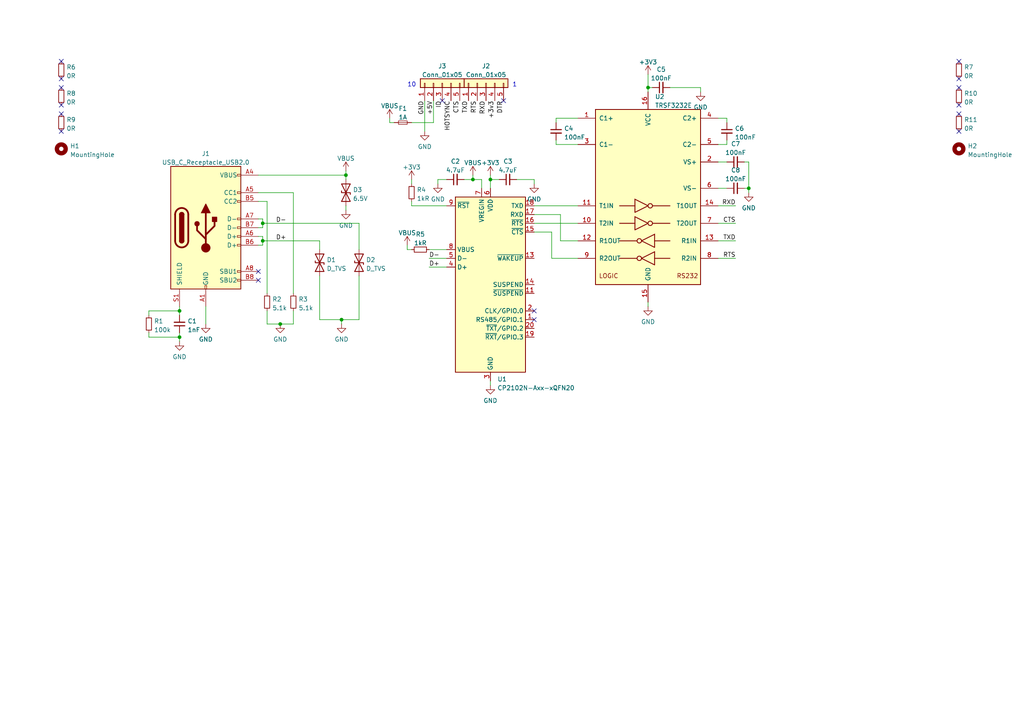
<source format=kicad_sch>
(kicad_sch (version 20211123) (generator eeschema)
  (paper "A4")
  (lib_symbols
    (symbol "Connector:USB_C_Receptacle_USB2.0" (pin_names (offset 1.016))
      (property "Reference" "J" (at -10.16 19.05 0))
      (property "Value" "USB_C_Receptacle_USB2.0" (at 19.05 19.05 0))
      (symbol "USB_C_Receptacle_USB2.0_0_0"
        (rectangle (start -0.254 -17.78) (end 0.254 -16.764))
        (rectangle (start 10.16 -14.986) (end 9.144 -15.494))
        (rectangle (start 10.16 -12.446) (end 9.144 -12.954))
        (rectangle (start 10.16 -4.826) (end 9.144 -5.334))
        (rectangle (start 10.16 -2.286) (end 9.144 -2.794))
        (rectangle (start 10.16 0.254) (end 9.144 -0.254))
        (rectangle (start 10.16 2.794) (end 9.144 2.286))
        (rectangle (start 10.16 7.874) (end 9.144 7.366))
        (rectangle (start 10.16 10.414) (end 9.144 9.906))
        (rectangle (start 10.16 15.494) (end 9.144 14.986))
      )
      (symbol "USB_C_Receptacle_USB2.0_0_1"
        (rectangle (start -10.16 17.78) (end 10.16 -17.78) (stroke (width 0.254)) (fill (type background)))
        (arc (start -8.89 -3.81) (mid -6.985 -5.715) (end -5.08 -3.81) (stroke (width 0.508)))
        (arc (start -7.62 -3.81) (mid -6.985 -4.445) (end -6.35 -3.81) (stroke (width 0.254)))
        (arc (start -7.62 -3.81) (mid -6.985 -4.445) (end -6.35 -3.81) (stroke (width 0.254)) (fill (type outline)))
        (rectangle (start -7.62 -3.81) (end -6.35 3.81) (stroke (width 0.254)) (fill (type outline)))
        (arc (start -6.35 3.81) (mid -6.985 4.445) (end -7.62 3.81) (stroke (width 0.254)))
        (arc (start -6.35 3.81) (mid -6.985 4.445) (end -7.62 3.81) (stroke (width 0.254)) (fill (type outline)))
        (arc (start -5.08 3.81) (mid -6.985 5.715) (end -8.89 3.81) (stroke (width 0.508)))
        (circle (center -2.54 1.143) (radius 0.635) (stroke (width 0.254)) (fill (type outline)))
        (circle (center 0 -5.842) (radius 1.27) (fill (type outline)))
        (polyline (pts (xy -8.89 -3.81) (xy -8.89 3.81)) (stroke (width 0.508)))
        (polyline (pts (xy -5.08 3.81) (xy -5.08 -3.81)) (stroke (width 0.508)))
        (polyline (pts (xy 0 -5.842) (xy 0 4.318)) (stroke (width 0.508)))
        (polyline (pts (xy 0 -3.302) (xy -2.54 -0.762) (xy -2.54 0.508)) (stroke (width 0.508)))
        (polyline (pts (xy 0 -2.032) (xy 2.54 0.508) (xy 2.54 1.778)) (stroke (width 0.508)))
        (polyline (pts (xy -1.27 4.318) (xy 0 6.858) (xy 1.27 4.318) (xy -1.27 4.318)) (stroke (width 0.254)) (fill (type outline)))
        (rectangle (start 1.905 1.778) (end 3.175 3.048) (stroke (width 0.254)) (fill (type outline)))
      )
      (symbol "USB_C_Receptacle_USB2.0_1_1"
        (pin passive line (at 0 -22.86 90) (length 5.08) (name "GND") (number "A1"))
        (pin passive line (at 0 -22.86 90) (length 5.08) hide (name "GND") (number "A12"))
        (pin passive line (at 15.24 15.24 180) (length 5.08) (name "VBUS") (number "A4"))
        (pin bidirectional line (at 15.24 10.16 180) (length 5.08) (name "CC1") (number "A5"))
        (pin bidirectional line (at 15.24 -2.54 180) (length 5.08) (name "D+") (number "A6"))
        (pin bidirectional line (at 15.24 2.54 180) (length 5.08) (name "D-") (number "A7"))
        (pin bidirectional line (at 15.24 -12.7 180) (length 5.08) (name "SBU1") (number "A8"))
        (pin passive line (at 15.24 15.24 180) (length 5.08) hide (name "VBUS") (number "A9"))
        (pin passive line (at 0 -22.86 90) (length 5.08) hide (name "GND") (number "B1"))
        (pin passive line (at 0 -22.86 90) (length 5.08) hide (name "GND") (number "B12"))
        (pin passive line (at 15.24 15.24 180) (length 5.08) hide (name "VBUS") (number "B4"))
        (pin bidirectional line (at 15.24 7.62 180) (length 5.08) (name "CC2") (number "B5"))
        (pin bidirectional line (at 15.24 -5.08 180) (length 5.08) (name "D+") (number "B6"))
        (pin bidirectional line (at 15.24 0 180) (length 5.08) (name "D-") (number "B7"))
        (pin bidirectional line (at 15.24 -15.24 180) (length 5.08) (name "SBU2") (number "B8"))
        (pin passive line (at 15.24 15.24 180) (length 5.08) hide (name "VBUS") (number "B9"))
        (pin passive line (at -7.62 -22.86 90) (length 5.08) (name "SHIELD") (number "S1"))
      )
    )
    (symbol "Connector_Generic:Conn_01x05" (pin_names (offset 1.016) hide)
      (property "Reference" "J" (at 0 7.62 0))
      (property "Value" "Conn_01x05" (at 0 -7.62 0))
      (symbol "Conn_01x05_1_1"
        (rectangle (start -1.27 -4.953) (end 0 -5.207) (stroke (width 0.1524)))
        (rectangle (start -1.27 -2.413) (end 0 -2.667) (stroke (width 0.1524)))
        (rectangle (start -1.27 0.127) (end 0 -0.127) (stroke (width 0.1524)))
        (rectangle (start -1.27 2.667) (end 0 2.413) (stroke (width 0.1524)))
        (rectangle (start -1.27 5.207) (end 0 4.953) (stroke (width 0.1524)))
        (rectangle (start -1.27 6.35) (end 1.27 -6.35) (stroke (width 0.254)) (fill (type background)))
        (pin passive line (at -5.08 5.08 0) (length 3.81) (name "Pin_1") (number "1"))
        (pin passive line (at -5.08 2.54 0) (length 3.81) (name "Pin_2") (number "2"))
        (pin passive line (at -5.08 0 0) (length 3.81) (name "Pin_3") (number "3"))
        (pin passive line (at -5.08 -2.54 0) (length 3.81) (name "Pin_4") (number "4"))
        (pin passive line (at -5.08 -5.08 0) (length 3.81) (name "Pin_5") (number "5"))
      )
    )
    (symbol "Device:C_Small" (pin_numbers hide) (pin_names (offset 0.254) hide)
      (property "Reference" "C" (at 0.254 1.778 0))
      (property "Value" "C_Small" (at 0.254 -2.032 0))
      (symbol "C_Small_0_1"
        (polyline (pts (xy -1.524 -0.508) (xy 1.524 -0.508)) (stroke (width 0.3302)))
        (polyline (pts (xy -1.524 0.508) (xy 1.524 0.508)) (stroke (width 0.3048)))
      )
      (symbol "C_Small_1_1"
        (pin passive line (at 0 2.54 270) (length 2.032) (name "~") (number "1"))
        (pin passive line (at 0 -2.54 90) (length 2.032) (name "~") (number "2"))
      )
    )
    (symbol "Device:D_TVS" (pin_numbers hide) (pin_names (offset 1.016) hide)
      (property "Reference" "D" (at 0 2.54 0))
      (property "Value" "D_TVS" (at 0 -2.54 0))
      (symbol "D_TVS_0_1"
        (polyline (pts (xy 1.27 0) (xy -1.27 0)))
        (polyline (pts (xy 0.508 1.27) (xy 0 1.27) (xy 0 -1.27) (xy -0.508 -1.27)) (stroke (width 0.254)))
        (polyline (pts (xy -2.54 1.27) (xy -2.54 -1.27) (xy 2.54 1.27) (xy 2.54 -1.27) (xy -2.54 1.27)) (stroke (width 0.254)))
      )
      (symbol "D_TVS_1_1"
        (pin passive line (at -3.81 0 0) (length 2.54) (name "A1") (number "1"))
        (pin passive line (at 3.81 0 180) (length 2.54) (name "A2") (number "2"))
      )
    )
    (symbol "Device:Fuse_Small" (pin_numbers hide) (pin_names (offset 0.254) hide)
      (property "Reference" "F" (at 0 -1.524 0))
      (property "Value" "Fuse_Small" (at 0 1.524 0))
      (symbol "Fuse_Small_0_1"
        (rectangle (start -1.27 0.508) (end 1.27 -0.508))
        (polyline (pts (xy -1.27 0) (xy 1.27 0)))
      )
      (symbol "Fuse_Small_1_1"
        (pin passive line (at -2.54 0 0) (length 1.27) (name "~") (number "1"))
        (pin passive line (at 2.54 0 180) (length 1.27) (name "~") (number "2"))
      )
    )
    (symbol "Device:R_Small" (pin_numbers hide) (pin_names (offset 0.254) hide)
      (property "Reference" "R" (at 0.762 0.508 0))
      (property "Value" "R_Small" (at 0.762 -1.016 0))
      (symbol "R_Small_0_1"
        (rectangle (start -0.762 1.778) (end 0.762 -1.778) (stroke (width 0.2032)))
      )
      (symbol "R_Small_1_1"
        (pin passive line (at 0 2.54 270) (length 0.762) (name "~") (number "1"))
        (pin passive line (at 0 -2.54 90) (length 0.762) (name "~") (number "2"))
      )
    )
    (symbol "Interface_UART:MAX3232" (pin_names (offset 1.016))
      (property "Reference" "U" (at -2.54 28.575 0))
      (property "Value" "MAX3232" (at -2.54 26.67 0))
      (symbol "MAX3232_0_0"
        (text "LOGIC" (at -11.43 -22.86 0) (effects (font (size 1.27 1.27))))
        (text "RS232" (at 11.43 -22.86 0) (effects (font (size 1.27 1.27))))
      )
      (symbol "MAX3232_0_1"
        (rectangle (start -15.24 -25.4) (end 15.24 25.4) (stroke (width 0.254)) (fill (type background)))
        (circle (center -2.54 -17.78) (radius 0.635) (stroke (width 0.254)))
        (circle (center -2.54 -12.7) (radius 0.635) (stroke (width 0.254)))
        (polyline (pts (xy -3.81 -7.62) (xy -8.255 -7.62)) (stroke (width 0.254)))
        (polyline (pts (xy -3.81 -2.54) (xy -8.255 -2.54)) (stroke (width 0.254)))
        (polyline (pts (xy -3.175 -17.78) (xy -8.255 -17.78)) (stroke (width 0.254)))
        (polyline (pts (xy -3.175 -12.7) (xy -8.255 -12.7)) (stroke (width 0.254)))
        (polyline (pts (xy 1.27 -7.62) (xy 6.35 -7.62)) (stroke (width 0.254)))
        (polyline (pts (xy 1.27 -2.54) (xy 6.35 -2.54)) (stroke (width 0.254)))
        (polyline (pts (xy 1.905 -17.78) (xy 6.35 -17.78)) (stroke (width 0.254)))
        (polyline (pts (xy 1.905 -12.7) (xy 6.35 -12.7)) (stroke (width 0.254)))
        (polyline (pts (xy -3.81 -5.715) (xy -3.81 -9.525) (xy 0 -7.62) (xy -3.81 -5.715)) (stroke (width 0.254)))
        (polyline (pts (xy -3.81 -0.635) (xy -3.81 -4.445) (xy 0 -2.54) (xy -3.81 -0.635)) (stroke (width 0.254)))
        (polyline (pts (xy 1.905 -15.875) (xy 1.905 -19.685) (xy -1.905 -17.78) (xy 1.905 -15.875)) (stroke (width 0.254)))
        (polyline (pts (xy 1.905 -10.795) (xy 1.905 -14.605) (xy -1.905 -12.7) (xy 1.905 -10.795)) (stroke (width 0.254)))
        (circle (center 0.635 -7.62) (radius 0.635) (stroke (width 0.254)))
        (circle (center 0.635 -2.54) (radius 0.635) (stroke (width 0.254)))
      )
      (symbol "MAX3232_1_1"
        (pin passive line (at -20.32 22.86 0) (length 5.08) (name "C1+") (number "1"))
        (pin input line (at -20.32 -7.62 0) (length 5.08) (name "T2IN") (number "10"))
        (pin input line (at -20.32 -2.54 0) (length 5.08) (name "T1IN") (number "11"))
        (pin output line (at -20.32 -12.7 0) (length 5.08) (name "R1OUT") (number "12"))
        (pin input line (at 20.32 -12.7 180) (length 5.08) (name "R1IN") (number "13"))
        (pin output line (at 20.32 -2.54 180) (length 5.08) (name "T1OUT") (number "14"))
        (pin power_in line (at 0 -30.48 90) (length 5.08) (name "GND") (number "15"))
        (pin power_in line (at 0 30.48 270) (length 5.08) (name "VCC") (number "16"))
        (pin power_out line (at 20.32 10.16 180) (length 5.08) (name "VS+") (number "2"))
        (pin passive line (at -20.32 15.24 0) (length 5.08) (name "C1-") (number "3"))
        (pin passive line (at 20.32 22.86 180) (length 5.08) (name "C2+") (number "4"))
        (pin passive line (at 20.32 15.24 180) (length 5.08) (name "C2-") (number "5"))
        (pin power_out line (at 20.32 2.54 180) (length 5.08) (name "VS-") (number "6"))
        (pin output line (at 20.32 -7.62 180) (length 5.08) (name "T2OUT") (number "7"))
        (pin input line (at 20.32 -17.78 180) (length 5.08) (name "R2IN") (number "8"))
        (pin output line (at -20.32 -17.78 0) (length 5.08) (name "R2OUT") (number "9"))
      )
    )
    (symbol "Interface_USB:CP2102N-Axx-xQFN20"
      (property "Reference" "U" (at -8.89 26.67 0))
      (property "Value" "CP2102N-Axx-xQFN20" (at 12.7 26.67 0))
      (symbol "CP2102N-Axx-xQFN20_0_1"
        (rectangle (start -10.16 25.4) (end 10.16 -25.4) (stroke (width 0.254)) (fill (type background)))
      )
      (symbol "CP2102N-Axx-xQFN20_1_1"
        (pin bidirectional line (at 12.7 -10.16 180) (length 2.54) (name "RS485/GPIO.1") (number "1"))
        (pin no_connect line (at -10.16 -22.86 0) (length 2.54) hide (name "NC") (number "10"))
        (pin output line (at 12.7 -2.54 180) (length 2.54) (name "~{SUSPEND}") (number "11"))
        (pin passive line (at 0 -27.94 90) (length 2.54) hide (name "GND") (number "12"))
        (pin input line (at 12.7 7.62 180) (length 2.54) (name "~{WAKEUP}") (number "13"))
        (pin output line (at 12.7 0 180) (length 2.54) (name "SUSPEND") (number "14"))
        (pin input line (at 12.7 15.24 180) (length 2.54) (name "~{CTS}") (number "15"))
        (pin output line (at 12.7 17.78 180) (length 2.54) (name "~{RTS}") (number "16"))
        (pin input line (at 12.7 20.32 180) (length 2.54) (name "RXD") (number "17"))
        (pin output line (at 12.7 22.86 180) (length 2.54) (name "TXD") (number "18"))
        (pin bidirectional line (at 12.7 -15.24 180) (length 2.54) (name "~{RXT}/GPIO.3") (number "19"))
        (pin bidirectional line (at 12.7 -7.62 180) (length 2.54) (name "CLK/GPIO.0") (number "2"))
        (pin bidirectional line (at 12.7 -12.7 180) (length 2.54) (name "~{TXT}/GPIO.2") (number "20"))
        (pin passive line (at 0 -27.94 90) (length 2.54) hide (name "GND") (number "21"))
        (pin power_in line (at 0 -27.94 90) (length 2.54) (name "GND") (number "3"))
        (pin bidirectional line (at -12.7 5.08 0) (length 2.54) (name "D+") (number "4"))
        (pin bidirectional line (at -12.7 7.62 0) (length 2.54) (name "D-") (number "5"))
        (pin power_in line (at 0 27.94 270) (length 2.54) (name "VDD") (number "6"))
        (pin power_in line (at -2.54 27.94 270) (length 2.54) (name "VREGIN") (number "7"))
        (pin input line (at -12.7 10.16 0) (length 2.54) (name "VBUS") (number "8"))
        (pin input line (at -12.7 22.86 0) (length 2.54) (name "~{RST}") (number "9"))
      )
    )
    (symbol "Mechanical:MountingHole" (pin_names (offset 1.016))
      (property "Reference" "H" (at 0 5.08 0))
      (property "Value" "MountingHole" (at 0 3.175 0))
      (symbol "MountingHole_0_1"
        (circle (center 0 0) (radius 1.27) (stroke (width 1.27)))
      )
    )
    (symbol "power:+3V3" (power) (pin_names (offset 0))
      (property "Value" "+3V3" (at 0 3.556 0))
      (symbol "+3V3_0_1"
        (polyline (pts (xy -0.762 1.27) (xy 0 2.54)))
        (polyline (pts (xy 0 0) (xy 0 2.54)))
        (polyline (pts (xy 0 2.54) (xy 0.762 1.27)))
      )
      (symbol "+3V3_1_1"
        (pin power_in line (at 0 0 90) (length 0) hide (name "+3V3") (number "1"))
      )
    )
    (symbol "power:GND" (power) (pin_names (offset 0))
      (property "Value" "GND" (at 0 -3.81 0))
      (symbol "GND_0_1"
        (polyline (pts (xy 0 0) (xy 0 -1.27) (xy 1.27 -1.27) (xy 0 -2.54) (xy -1.27 -1.27) (xy 0 -1.27)))
      )
      (symbol "GND_1_1"
        (pin power_in line (at 0 0 270) (length 0) hide (name "GND") (number "1"))
      )
    )
    (symbol "power:VBUS" (power) (pin_names (offset 0))
      (property "Value" "VBUS" (at 0 3.81 0))
      (symbol "VBUS_0_1"
        (polyline (pts (xy -0.762 1.27) (xy 0 2.54)))
        (polyline (pts (xy 0 0) (xy 0 2.54)))
        (polyline (pts (xy 0 2.54) (xy 0.762 1.27)))
      )
      (symbol "VBUS_1_1"
        (pin power_in line (at 0 0 90) (length 0) hide (name "VBUS") (number "1"))
      )
    )
  )
  (junction (at 99.06 92.71))
  (junction (at 76.2 69.85))
  (junction (at 76.2 64.77))
  (junction (at 217.17 54.61))
  (junction (at 81.28 93.98))
  (junction (at 100.33 50.8))
  (junction (at 52.07 97.79))
  (junction (at 187.96 25.4))
  (junction (at 52.07 90.17))
  (junction (at 142.24 52.07))
  (junction (at 137.16 52.07))
  (no_connect (at 17.78 30.48))
  (no_connect (at 278.13 33.02))
  (no_connect (at 17.78 38.1))
  (no_connect (at 278.13 22.86))
  (no_connect (at 17.78 17.78))
  (no_connect (at 154.94 92.71))
  (no_connect (at 278.13 30.48))
  (no_connect (at 278.13 25.4))
  (no_connect (at 278.13 38.1))
  (no_connect (at 154.94 90.17))
  (no_connect (at 278.13 17.78))
  (no_connect (at 17.78 22.86))
  (no_connect (at 17.78 33.02))
  (no_connect (at 17.78 25.4))
  (no_connect (at 74.93 81.28))
  (no_connect (at 146.05 29.21))
  (no_connect (at 74.93 78.74))
  (no_connect (at 128.27 29.21))
  (wire (pts (xy 119.38 52.07) (xy 119.38 53.34)))
  (wire (pts (xy 74.93 50.8) (xy 100.33 50.8)))
  (wire (pts (xy 187.96 25.4) (xy 189.23 25.4)))
  (wire (pts (xy 92.71 80.01) (xy 92.71 92.71)))
  (wire (pts (xy 208.28 41.91) (xy 210.82 41.91)))
  (wire (pts (xy 217.17 55.88) (xy 217.17 54.61)))
  (wire (pts (xy 59.69 88.9) (xy 59.69 93.98)))
  (wire (pts (xy 208.28 69.85) (xy 213.36 69.85)))
  (wire (pts (xy 154.94 62.23) (xy 162.56 62.23)))
  (wire (pts (xy 92.71 69.85) (xy 92.71 72.39)))
  (wire (pts (xy 142.24 110.49) (xy 142.24 111.76)))
  (wire (pts (xy 129.54 52.07) (xy 127 52.07)))
  (wire (pts (xy 85.09 55.88) (xy 85.09 85.09)))
  (wire (pts (xy 52.07 97.79) (xy 52.07 99.06)))
  (wire (pts (xy 100.33 50.8) (xy 100.33 52.07)))
  (wire (pts (xy 217.17 46.99) (xy 215.9 46.99)))
  (wire (pts (xy 76.2 69.85) (xy 92.71 69.85)))
  (wire (pts (xy 52.07 90.17) (xy 52.07 91.44)))
  (wire (pts (xy 76.2 63.5) (xy 76.2 64.77)))
  (wire (pts (xy 104.14 64.77) (xy 104.14 72.39)))
  (wire (pts (xy 52.07 88.9) (xy 52.07 90.17)))
  (wire (pts (xy 43.18 96.52) (xy 43.18 97.79)))
  (wire (pts (xy 203.2 25.4) (xy 194.31 25.4)))
  (wire (pts (xy 119.38 59.69) (xy 119.38 58.42)))
  (wire (pts (xy 208.28 54.61) (xy 210.82 54.61)))
  (wire (pts (xy 100.33 59.69) (xy 100.33 60.96)))
  (wire (pts (xy 124.46 72.39) (xy 129.54 72.39)))
  (wire (pts (xy 100.33 49.53) (xy 100.33 50.8)))
  (wire (pts (xy 187.96 87.63) (xy 187.96 88.9)))
  (wire (pts (xy 160.02 67.31) (xy 160.02 74.93)))
  (wire (pts (xy 161.29 34.29) (xy 161.29 35.56)))
  (wire (pts (xy 74.93 55.88) (xy 85.09 55.88)))
  (wire (pts (xy 154.94 52.07) (xy 149.86 52.07)))
  (wire (pts (xy 99.06 92.71) (xy 92.71 92.71)))
  (wire (pts (xy 123.19 29.21) (xy 123.19 38.1)))
  (wire (pts (xy 210.82 41.91) (xy 210.82 40.64)))
  (wire (pts (xy 142.24 50.8) (xy 142.24 52.07)))
  (wire (pts (xy 210.82 34.29) (xy 210.82 35.56)))
  (wire (pts (xy 137.16 50.8) (xy 137.16 52.07)))
  (wire (pts (xy 52.07 97.79) (xy 52.07 96.52)))
  (wire (pts (xy 124.46 77.47) (xy 129.54 77.47)))
  (wire (pts (xy 124.46 74.93) (xy 129.54 74.93)))
  (wire (pts (xy 187.96 21.59) (xy 187.96 25.4)))
  (wire (pts (xy 142.24 52.07) (xy 144.78 52.07)))
  (wire (pts (xy 99.06 93.98) (xy 99.06 92.71)))
  (wire (pts (xy 187.96 26.67) (xy 187.96 25.4)))
  (wire (pts (xy 81.28 93.98) (xy 85.09 93.98)))
  (wire (pts (xy 81.28 93.98) (xy 77.47 93.98)))
  (wire (pts (xy 167.64 34.29) (xy 161.29 34.29)))
  (wire (pts (xy 74.93 63.5) (xy 76.2 63.5)))
  (wire (pts (xy 154.94 59.69) (xy 167.64 59.69)))
  (wire (pts (xy 137.16 52.07) (xy 139.7 52.07)))
  (wire (pts (xy 85.09 93.98) (xy 85.09 90.17)))
  (wire (pts (xy 76.2 69.85) (xy 76.2 71.12)))
  (wire (pts (xy 125.73 35.56) (xy 125.73 29.21)))
  (wire (pts (xy 77.47 85.09) (xy 77.47 58.42)))
  (wire (pts (xy 76.2 66.04) (xy 74.93 66.04)))
  (wire (pts (xy 208.28 34.29) (xy 210.82 34.29)))
  (wire (pts (xy 118.11 71.12) (xy 118.11 72.39)))
  (wire (pts (xy 208.28 64.77) (xy 213.36 64.77)))
  (wire (pts (xy 160.02 74.93) (xy 167.64 74.93)))
  (wire (pts (xy 104.14 80.01) (xy 104.14 92.71)))
  (wire (pts (xy 139.7 52.07) (xy 139.7 54.61)))
  (wire (pts (xy 161.29 41.91) (xy 161.29 40.64)))
  (wire (pts (xy 142.24 52.07) (xy 142.24 54.61)))
  (wire (pts (xy 154.94 67.31) (xy 160.02 67.31)))
  (wire (pts (xy 162.56 62.23) (xy 162.56 69.85)))
  (wire (pts (xy 208.28 46.99) (xy 210.82 46.99)))
  (wire (pts (xy 203.2 26.67) (xy 203.2 25.4)))
  (wire (pts (xy 134.62 52.07) (xy 137.16 52.07)))
  (wire (pts (xy 77.47 58.42) (xy 74.93 58.42)))
  (wire (pts (xy 113.03 35.56) (xy 114.3 35.56)))
  (wire (pts (xy 43.18 91.44) (xy 43.18 90.17)))
  (wire (pts (xy 119.38 35.56) (xy 125.73 35.56)))
  (wire (pts (xy 208.28 74.93) (xy 213.36 74.93)))
  (wire (pts (xy 99.06 92.71) (xy 104.14 92.71)))
  (wire (pts (xy 43.18 90.17) (xy 52.07 90.17)))
  (wire (pts (xy 154.94 64.77) (xy 167.64 64.77)))
  (wire (pts (xy 208.28 59.69) (xy 213.36 59.69)))
  (wire (pts (xy 217.17 54.61) (xy 217.17 46.99)))
  (wire (pts (xy 76.2 64.77) (xy 76.2 66.04)))
  (wire (pts (xy 76.2 68.58) (xy 76.2 69.85)))
  (wire (pts (xy 77.47 93.98) (xy 77.47 90.17)))
  (wire (pts (xy 74.93 68.58) (xy 76.2 68.58)))
  (wire (pts (xy 215.9 54.61) (xy 217.17 54.61)))
  (wire (pts (xy 76.2 71.12) (xy 74.93 71.12)))
  (wire (pts (xy 113.03 34.29) (xy 113.03 35.56)))
  (wire (pts (xy 154.94 53.34) (xy 154.94 52.07)))
  (wire (pts (xy 43.18 97.79) (xy 52.07 97.79)))
  (wire (pts (xy 118.11 72.39) (xy 119.38 72.39)))
  (wire (pts (xy 76.2 64.77) (xy 104.14 64.77)))
  (wire (pts (xy 162.56 69.85) (xy 167.64 69.85)))
  (wire (pts (xy 127 52.07) (xy 127 53.34)))
  (wire (pts (xy 129.54 59.69) (xy 119.38 59.69)))
  (wire (pts (xy 167.64 41.91) (xy 161.29 41.91)))
  (text "1" (at 148.59 25.4 0) (effects (font (size 1.27 1.27)) (justify left bottom)))
  (text "10" (at 118.11 25.4 0) (effects (font (size 1.27 1.27)) (justify left bottom)))
  (label "HOTSYNC" (at 130.81 29.21 270))
  (label "+3v3" (at 143.51 29.21 270))
  (label "D-" (at 80.01 64.77 0))
  (label "RXD" (at 140.97 29.21 270))
  (label "TXD" (at 213.36 69.85 180))
  (label "RTS" (at 138.43 29.21 270))
  (label "RXD" (at 213.36 59.69 180))
  (label "CTS" (at 133.35 29.21 270))
  (label "RTS" (at 213.36 74.93 180))
  (label "CTS" (at 213.36 64.77 180))
  (label "+5V" (at 125.73 29.21 270))
  (label "GND" (at 123.19 29.21 270))
  (label "D-" (at 124.46 74.93 0))
  (label "D+" (at 80.01 69.85 0))
  (label "ID" (at 128.27 29.21 270))
  (label "D+" (at 124.46 77.47 0))
  (label "DTR" (at 146.05 29.21 270))
  (label "TXD" (at 135.89 29.21 270))
  (symbol (lib_id "power:+3V3") (at 187.96 21.59 0) (unit 1)
    (property "Reference" "#PWR0110" (effects hide))
    (property "Value" "+3V3" (at 187.96 18.0142 0))
  )
  (symbol (lib_id "power:GND") (at 142.24 111.76 0) (unit 1)
    (property "Reference" "#PWR0109" (effects hide))
    (property "Value" "GND" (at 142.24 116.2034 0))
  )
  (symbol (lib_id "Device:R_Small") (at 17.78 35.56 0) (unit 1)
    (property "Reference" "R9" (at 19.2786 34.7253 0) (effects (justify left)))
    (property "Value" "0R" (at 19.2786 37.2622 0) (effects (justify left)))
    (property "Footprint" "Resistor_SMD:R_0603_1608Metric" (effects hide))
    (property "LCSC" "C21189" (effects hide))
  )
  (symbol (lib_id "Device:C_Small") (at 191.77 25.4 90) (unit 1)
    (property "Reference" "C5" (at 191.7763 20.1381 90))
    (property "Value" "100nF" (at 191.7763 22.675 90))
    (property "Footprint" "Capacitor_SMD:C_0402_1005Metric" (effects hide))
    (property "LCSC" "C1525" (effects hide))
  )
  (symbol (lib_id "power:GND") (at 187.96 88.9 0) (unit 1)
    (property "Reference" "#PWR0107" (effects hide))
    (property "Value" "GND" (at 187.96 93.3434 0))
  )
  (symbol (lib_id "Device:C_Small") (at 52.07 93.98 180) (unit 1)
    (property "Reference" "C1" (at 54.3941 93.1389 0) (effects (justify right)))
    (property "Value" "1nF" (at 54.3941 95.6758 0) (effects (justify right)))
    (property "Footprint" "Capacitor_SMD:C_0603_1608Metric" (effects hide))
    (property "LCSC" "C1588" (effects hide))
  )
  (symbol (lib_id "Connector:USB_C_Receptacle_USB2.0") (at 59.69 66.04 0) (unit 1)
    (property "Reference" "J1" (at 59.69 44.5602 0))
    (property "Value" "USB_C_Receptacle_USB2.0" (at 59.69 47.0971 0))
    (property "Footprint" "Connector_SOFNG:MC-311S" (effects hide))
    (property "Datasheet" "https://www.usb.org/sites/default/files/documents/usb_type-c.zip" (effects hide))
    (property "LCSC" "C2977718" (effects hide))
  )
  (symbol (lib_id "Device:C_Small") (at 213.36 46.99 90) (unit 1)
    (property "Reference" "C7" (at 213.3663 41.7281 90))
    (property "Value" "100nF" (at 213.3663 44.265 90))
    (property "Footprint" "Capacitor_SMD:C_0402_1005Metric" (effects hide))
    (property "LCSC" "C1525" (effects hide))
  )
  (symbol (lib_id "Device:R_Small") (at 278.13 27.94 0) (unit 1)
    (property "Reference" "R10" (at 279.6286 27.1053 0) (effects (justify left)))
    (property "Value" "0R" (at 279.6286 29.6422 0) (effects (justify left)))
    (property "Footprint" "Resistor_SMD:R_0603_1608Metric" (effects hide))
    (property "LCSC" "C21189" (effects hide))
  )
  (symbol (lib_id "Interface_USB:CP2102N-Axx-xQFN20") (at 142.24 82.55 0) (unit 1)
    (property "Reference" "U1" (at 144.2594 109.9804 0) (effects (justify left)))
    (property "Value" "CP2102N-Axx-xQFN20" (at 144.2594 112.5173 0) (effects (justify left)))
    (property "Footprint" "Package_DFN_QFN_SiLabs:SilivonLabs_QFN-20-1EP_3x3mm_P0.5mm_missing_pads" (effects hide))
    (property "Datasheet" "https://www.silabs.com/documents/public/data-sheets/cp2102n-datasheet.pdf" (effects hide))
    (property "LCSC" "C969913" (effects hide))
  )
  (symbol (lib_id "Device:D_TVS") (at 104.14 76.2 90) (unit 1)
    (property "Reference" "D2" (at 106.172 75.3653 90) (effects (justify right)))
    (property "Value" "D_TVS" (at 106.172 77.9022 90) (effects (justify right)))
    (property "Footprint" "Capacitor_SMD:C_0402_1005Metric" (effects hide))
    (property "LCSC" "C125059" (effects hide))
  )
  (symbol (lib_id "Device:D_TVS") (at 100.33 55.88 90) (unit 1)
    (property "Reference" "D3" (at 102.362 55.0453 90) (effects (justify right)))
    (property "Value" "6.5V" (at 102.362 57.5822 90) (effects (justify right)))
    (property "Footprint" "Diode_SMD:D_SOD-523" (effects hide))
    (property "LCSC" "C506103" (effects hide))
  )
  (symbol (lib_id "Mechanical:MountingHole") (at 278.13 43.18 0) (unit 1) (in_bom no)
    (property "Reference" "H2" (at 280.67 42.3453 0) (effects (justify left)))
    (property "Value" "MountingHole" (at 280.67 44.8822 0) (effects (justify left)))
    (property "Footprint" "ToolingHole:ToolingHole_JLCSMT" (effects hide))
  )
  (symbol (lib_id "power:GND") (at 59.69 93.98 0) (unit 1)
    (property "Reference" "#PWR0105" (effects hide))
    (property "Value" "GND" (at 59.69 98.4234 0))
  )
  (symbol (lib_id "Device:R_Small") (at 278.13 20.32 0) (unit 1)
    (property "Reference" "R7" (at 279.6286 19.4853 0) (effects (justify left)))
    (property "Value" "0R" (at 279.6286 22.0222 0) (effects (justify left)))
    (property "Footprint" "Resistor_SMD:R_0603_1608Metric" (effects hide))
    (property "LCSC" "C21189" (effects hide))
  )
  (symbol (lib_id "Device:R_Small") (at 119.38 55.88 180) (unit 1)
    (property "Reference" "R4" (at 120.8786 55.0453 0) (effects (justify right)))
    (property "Value" "1kR" (at 120.8786 57.5822 0) (effects (justify right)))
    (property "Footprint" "Resistor_SMD:R_0402_1005Metric" (effects hide))
    (property "LCSC" "C11702" (effects hide))
  )
  (symbol (lib_id "Device:D_TVS") (at 92.71 76.2 90) (unit 1)
    (property "Reference" "D1" (at 94.742 75.3653 90) (effects (justify right)))
    (property "Value" "D_TVS" (at 94.742 77.9022 90) (effects (justify right)))
    (property "Footprint" "Capacitor_SMD:C_0402_1005Metric" (effects hide))
    (property "LCSC" "C125059" (effects hide))
  )
  (symbol (lib_id "power:GND") (at 99.06 93.98 0) (unit 1)
    (property "Reference" "#PWR0102" (effects hide))
    (property "Value" "GND" (at 99.06 98.4234 0))
  )
  (symbol (lib_id "Device:R_Small") (at 278.13 35.56 0) (unit 1)
    (property "Reference" "R11" (at 279.6286 34.7253 0) (effects (justify left)))
    (property "Value" "0R" (at 279.6286 37.2622 0) (effects (justify left)))
    (property "Footprint" "Resistor_SMD:R_0603_1608Metric" (effects hide))
    (property "LCSC" "C21189" (effects hide))
  )
  (symbol (lib_id "Device:C_Small") (at 161.29 38.1 0) (unit 1)
    (property "Reference" "C4" (at 163.6141 37.2716 0) (effects (justify left)))
    (property "Value" "100nF" (at 163.6141 39.8085 0) (effects (justify left)))
    (property "Footprint" "Capacitor_SMD:C_0402_1005Metric" (effects hide))
    (property "LCSC" "C1525" (effects hide))
  )
  (symbol (lib_id "power:GND") (at 123.19 38.1 0) (unit 1)
    (property "Reference" "#PWR0104" (effects hide))
    (property "Value" "GND" (at 123.19 42.5434 0))
  )
  (symbol (lib_id "power:+3V3") (at 142.24 50.8 0) (unit 1)
    (property "Reference" "#PWR0112" (effects hide))
    (property "Value" "+3V3" (at 142.24 47.2242 0))
  )
  (symbol (lib_id "power:GND") (at 81.28 93.98 0) (unit 1)
    (property "Reference" "#PWR0101" (effects hide))
    (property "Value" "GND" (at 81.28 98.4234 0))
  )
  (symbol (lib_id "power:VBUS") (at 113.03 34.29 0) (unit 1)
    (property "Reference" "#PWR0118" (effects hide))
    (property "Value" "VBUS" (at 113.03 30.7142 0))
  )
  (symbol (lib_id "power:GND") (at 154.94 53.34 0) (unit 1)
    (property "Reference" "#PWR0113" (effects hide))
    (property "Value" "GND" (at 154.94 57.7834 0))
  )
  (symbol (lib_id "Device:C_Small") (at 132.08 52.07 90) (unit 1)
    (property "Reference" "C2" (at 132.0863 46.8081 90))
    (property "Value" "4.7uF" (at 132.0863 49.345 90))
    (property "Footprint" "Capacitor_SMD:C_0402_1005Metric" (effects hide))
    (property "LCSC" "C23733" (effects hide))
  )
  (symbol (lib_id "power:GND") (at 52.07 99.06 0) (unit 1)
    (property "Reference" "#PWR0106" (effects hide))
    (property "Value" "GND" (at 52.07 103.5034 0))
  )
  (symbol (lib_id "Device:C_Small") (at 210.82 38.1 0) (unit 1)
    (property "Reference" "C6" (at 213.1441 37.2716 0) (effects (justify left)))
    (property "Value" "100nF" (at 213.1441 39.8085 0) (effects (justify left)))
    (property "Footprint" "Capacitor_SMD:C_0402_1005Metric" (effects hide))
    (property "LCSC" "C1525" (effects hide))
  )
  (symbol (lib_id "Device:R_Small") (at 121.92 72.39 270) (unit 1)
    (property "Reference" "R5" (at 121.92 67.9536 90))
    (property "Value" "1kR" (at 121.92 70.4905 90))
    (property "Footprint" "Resistor_SMD:R_0402_1005Metric" (effects hide))
    (property "LCSC" "C11702" (effects hide))
  )
  (symbol (lib_id "Device:R_Small") (at 17.78 27.94 0) (unit 1)
    (property "Reference" "R8" (at 19.2786 27.1053 0) (effects (justify left)))
    (property "Value" "0R" (at 19.2786 29.6422 0) (effects (justify left)))
    (property "Footprint" "Resistor_SMD:R_0603_1608Metric" (effects hide))
    (property "LCSC" "C21189" (effects hide))
  )
  (symbol (lib_id "Device:C_Small") (at 147.32 52.07 90) (unit 1)
    (property "Reference" "C3" (at 147.3263 46.8081 90))
    (property "Value" "4.7uF" (at 147.3263 49.345 90))
    (property "Footprint" "Capacitor_SMD:C_0402_1005Metric" (effects hide))
    (property "LCSC" "C23733" (effects hide))
  )
  (symbol (lib_id "Connector_Generic:Conn_01x05") (at 128.27 24.13 90) (unit 1)
    (property "Reference" "J3" (at 128.27 19.1602 90))
    (property "Value" "Conn_01x05" (at 128.27 21.6971 90))
    (property "Footprint" "Spring_Contacts_AliExpress:05x01_2mm" (effects hide))
  )
  (symbol (lib_id "power:+3V3") (at 119.38 52.07 0) (unit 1)
    (property "Reference" "#PWR0116" (effects hide))
    (property "Value" "+3V3" (at 119.38 48.4942 0))
  )
  (symbol (lib_id "Device:R_Small") (at 43.18 93.98 0) (mirror y) (unit 1)
    (property "Reference" "R1" (at 44.6786 93.1453 0) (effects (justify right)))
    (property "Value" "100k" (at 44.6786 95.6822 0) (effects (justify right)))
    (property "Footprint" "Resistor_SMD:R_0603_1608Metric" (effects hide))
    (property "LCSC" "C25803" (effects hide))
  )
  (symbol (lib_id "power:GND") (at 127 53.34 0) (unit 1)
    (property "Reference" "#PWR0115" (effects hide))
    (property "Value" "GND" (at 127 57.7834 0))
  )
  (symbol (lib_id "Device:C_Small") (at 213.36 54.61 90) (unit 1)
    (property "Reference" "C8" (at 213.3663 49.3481 90))
    (property "Value" "100nF" (at 213.3663 51.885 90))
    (property "Footprint" "Capacitor_SMD:C_0402_1005Metric" (effects hide))
    (property "LCSC" "C1525" (effects hide))
  )
  (symbol (lib_id "Mechanical:MountingHole") (at 17.78 43.18 0) (unit 1) (in_bom no)
    (property "Reference" "H1" (at 20.32 42.3453 0) (effects (justify left)))
    (property "Value" "MountingHole" (at 20.32 44.8822 0) (effects (justify left)))
    (property "Footprint" "ToolingHole:ToolingHole_JLCSMT" (effects hide))
  )
  (symbol (lib_id "power:VBUS") (at 118.11 71.12 0) (unit 1)
    (property "Reference" "#PWR0117" (effects hide))
    (property "Value" "VBUS" (at 118.11 67.5442 0))
  )
  (symbol (lib_id "Device:Fuse_Small") (at 116.84 35.56 180) (unit 1)
    (property "Reference" "F1" (at 116.84 31.4792 0))
    (property "Value" "1A" (at 116.84 34.0161 0))
    (property "Footprint" "Fuse:Fuse_0402_1005Metric" (effects hide))
    (property "LCSC" "C424347" (effects hide))
  )
  (symbol (lib_id "power:GND") (at 217.17 55.88 0) (unit 1)
    (property "Reference" "#PWR0108" (effects hide))
    (property "Value" "GND" (at 217.17 60.3234 0))
  )
  (symbol (lib_id "power:VBUS") (at 100.33 49.53 0) (unit 1)
    (property "Reference" "#PWR0103" (effects hide))
    (property "Value" "VBUS" (at 100.33 45.9542 0))
  )
  (symbol (lib_id "Connector_Generic:Conn_01x05") (at 140.97 24.13 90) (unit 1)
    (property "Reference" "J2" (at 140.97 19.1602 90))
    (property "Value" "Conn_01x05" (at 140.97 21.6971 90))
    (property "Footprint" "Spring_Contacts_AliExpress:05x01_2mm" (effects hide))
  )
  (symbol (lib_id "Interface_UART:MAX3232") (at 187.96 57.15 0) (unit 1)
    (property "Reference" "U2" (at 189.9794 28.0502 0) (effects (justify left)))
    (property "Value" "TRSF3232E" (at 189.9794 30.5871 0) (effects (justify left)))
    (property "Footprint" "Package_SO:TSSOP-16_4.4x5mm_P0.65mm" (effects hide))
    (property "Datasheet" "https://datasheets.maximintegrated.com/en/ds/MAX3222-MAX3241.pdf" (effects hide))
    (property "LCSC" "C2671080" (effects hide))
  )
  (symbol (lib_id "Device:R_Small") (at 17.78 20.32 0) (unit 1)
    (property "Reference" "R6" (at 19.2786 19.4853 0) (effects (justify left)))
    (property "Value" "0R" (at 19.2786 22.0222 0) (effects (justify left)))
    (property "Footprint" "Resistor_SMD:R_0603_1608Metric" (effects hide))
    (property "LCSC" "C21189" (effects hide))
  )
  (symbol (lib_id "Device:R_Small") (at 85.09 87.63 0) (unit 1)
    (property "Reference" "R3" (at 86.5886 86.7953 0) (effects (justify left)))
    (property "Value" "5.1k" (at 86.5886 89.3322 0) (effects (justify left)))
    (property "Footprint" "Resistor_SMD:R_0402_1005Metric" (effects hide))
    (property "LCSC" "C25905" (effects hide))
  )
  (symbol (lib_id "power:GND") (at 100.33 60.96 0) (unit 1)
    (property "Reference" "#PWR0119" (effects hide))
    (property "Value" "GND" (at 100.33 65.4034 0))
  )
  (symbol (lib_id "power:GND") (at 203.2 26.67 0) (unit 1)
    (property "Reference" "#PWR0111" (effects hide))
    (property "Value" "GND" (at 203.2 31.1134 0))
  )
  (symbol (lib_id "power:VBUS") (at 137.16 50.8 0) (unit 1)
    (property "Reference" "#PWR0114" (effects hide))
    (property "Value" "VBUS" (at 137.16 47.2242 0))
  )
  (symbol (lib_id "Device:R_Small") (at 77.47 87.63 0) (unit 1)
    (property "Reference" "R2" (at 78.9686 86.7953 0) (effects (justify left)))
    (property "Value" "5.1k" (at 78.9686 89.3322 0) (effects (justify left)))
    (property "Footprint" "Resistor_SMD:R_0402_1005Metric" (effects hide))
    (property "LCSC" "C25905" (effects hide))
  )
)
</source>
